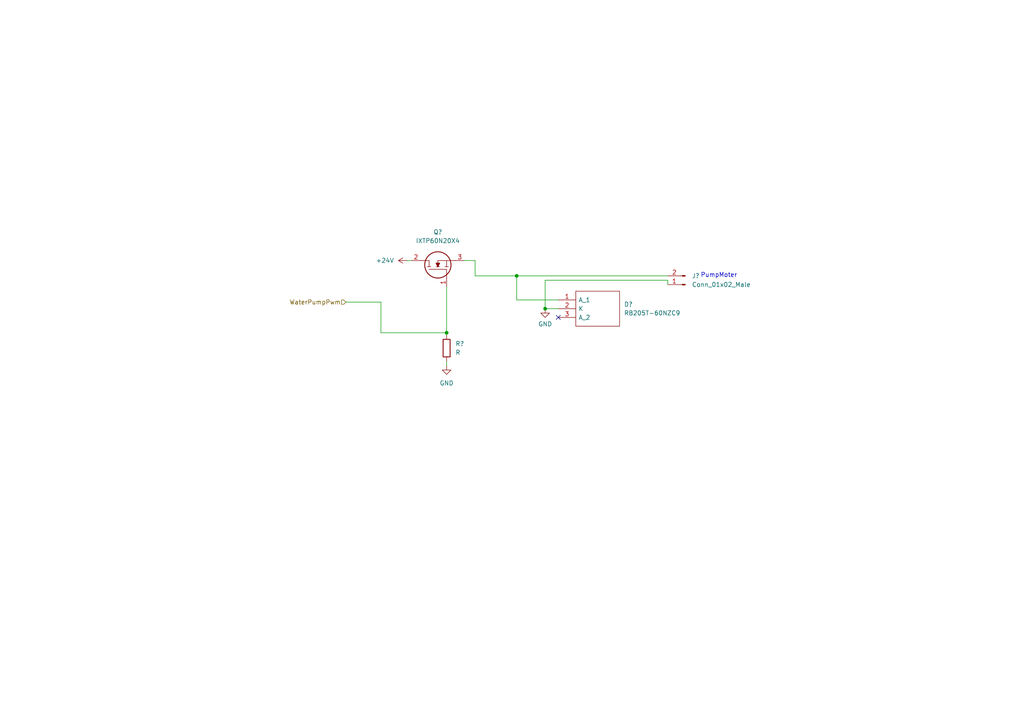
<source format=kicad_sch>
(kicad_sch (version 20211123) (generator eeschema)
  (paper "A4")
  (lib_symbols
    (symbol "Connector:Conn_01x02_Male" (pin_names (offset 1.016) hide)
      (property "Reference" "J" (at 0 2.54 0))
      (property "Value" "Conn_01x02_Male" (at 0 -5.08 0))
      (symbol "Conn_01x02_Male_1_1"
        (polyline (pts (xy 1.27 -2.54) (xy 0.8636 -2.54)) (stroke (width 0.1524)))
        (polyline (pts (xy 1.27 0) (xy 0.8636 0)) (stroke (width 0.1524)))
        (rectangle (start 0.8636 -2.413) (end 0 -2.667) (stroke (width 0.1524)) (fill (type outline)))
        (rectangle (start 0.8636 0.127) (end 0 -0.127) (stroke (width 0.1524)) (fill (type outline)))
        (pin passive line (at 5.08 0 180) (length 3.81) (name "Pin_1") (number "1"))
        (pin passive line (at 5.08 -2.54 180) (length 3.81) (name "Pin_2") (number "2"))
      )
    )
    (symbol "Device:R" (pin_numbers hide) (pin_names (offset 0))
      (property "Reference" "R" (at 2.032 0 90))
      (property "Value" "R" (at 0 0 90))
      (symbol "R_0_1"
        (rectangle (start -1.016 -2.54) (end 1.016 2.54) (stroke (width 0.254)))
      )
      (symbol "R_1_1"
        (pin passive line (at 0 3.81 270) (length 1.27) (name "~") (number "1"))
        (pin passive line (at 0 -3.81 90) (length 1.27) (name "~") (number "2"))
      )
    )
    (symbol "LibraryLoader:IXTP60N20X4" (pin_names (offset 0.762))
      (property "Reference" "Q" (at 11.43 3.81 0))
      (property "Value" "IXTP60N20X4" (at 11.43 1.27 0))
      (symbol "IXTP60N20X4_0_0"
        (pin passive line (at 0 0 0) (length 2.54) (name "~") (number "1"))
        (pin passive line (at 7.62 10.16 270) (length 2.54) (name "~") (number "2"))
        (pin passive line (at 7.62 -5.08 90) (length 2.54) (name "~") (number "3"))
      )
      (symbol "IXTP60N20X4_0_1"
        (polyline (pts (xy 5.842 -0.508) (xy 5.842 0.508)) (stroke (width 0.1524)))
        (polyline (pts (xy 5.842 0) (xy 7.62 0)) (stroke (width 0.1524)))
        (polyline (pts (xy 5.842 2.032) (xy 5.842 3.048)) (stroke (width 0.1524)))
        (polyline (pts (xy 5.842 5.588) (xy 5.842 4.572)) (stroke (width 0.1524)))
        (polyline (pts (xy 7.62 2.54) (xy 5.842 2.54)) (stroke (width 0.1524)))
        (polyline (pts (xy 7.62 2.54) (xy 7.62 -2.54)) (stroke (width 0.1524)))
        (polyline (pts (xy 7.62 5.08) (xy 5.842 5.08)) (stroke (width 0.1524)))
        (polyline (pts (xy 7.62 5.08) (xy 7.62 7.62)) (stroke (width 0.1524)))
        (polyline (pts (xy 2.54 0) (xy 5.08 0) (xy 5.08 5.08)) (stroke (width 0.1524)))
        (polyline (pts (xy 5.842 2.54) (xy 6.858 3.048) (xy 6.858 2.032) (xy 5.842 2.54)) (stroke (width 0.254)) (fill (type outline)))
        (circle (center 6.35 2.54) (radius 3.81) (stroke (width 0.254)))
      )
    )
    (symbol "LibraryLoader:RB205T-60NZC9" (pin_names (offset 0.762))
      (property "Reference" "D" (at 19.05 7.62 0))
      (property "Value" "RB205T-60NZC9" (at 19.05 5.08 0))
      (symbol "RB205T-60NZC9_0_0"
        (pin passive line (at 0 0 0) (length 5.08) (name "A_1") (number "1"))
        (pin passive line (at 0 -2.54 0) (length 5.08) (name "K") (number "2"))
        (pin passive line (at 0 -5.08 0) (length 5.08) (name "A_2") (number "3"))
      )
      (symbol "RB205T-60NZC9_0_1"
        (polyline (pts (xy 5.08 2.54) (xy 17.78 2.54) (xy 17.78 -7.62) (xy 5.08 -7.62) (xy 5.08 2.54)) (stroke (width 0.1524)))
      )
    )
    (symbol "power:+24V" (power) (pin_names (offset 0))
      (property "Value" "+24V" (at 0 3.556 0))
      (symbol "+24V_0_1"
        (polyline (pts (xy -0.762 1.27) (xy 0 2.54)))
        (polyline (pts (xy 0 0) (xy 0 2.54)))
        (polyline (pts (xy 0 2.54) (xy 0.762 1.27)))
      )
      (symbol "+24V_1_1"
        (pin power_in line (at 0 0 90) (length 0) hide (name "+24V") (number "1"))
      )
    )
    (symbol "power:GND" (power) (pin_names (offset 0))
      (property "Value" "GND" (at 0 -3.81 0))
      (symbol "GND_0_1"
        (polyline (pts (xy 0 0) (xy 0 -1.27) (xy 1.27 -1.27) (xy 0 -2.54) (xy -1.27 -1.27) (xy 0 -1.27)))
      )
      (symbol "GND_1_1"
        (pin power_in line (at 0 0 270) (length 0) hide (name "GND") (number "1"))
      )
    )
  )
  (junction (at 149.86 80.01))
  (junction (at 129.54 96.52))
  (junction (at 158.115 89.535))
  (no_connect (at 161.925 92.075))
  (wire (pts (xy 149.86 80.01) (xy 193.675 80.01)))
  (wire (pts (xy 129.54 96.52) (xy 129.54 97.155)))
  (wire (pts (xy 161.925 86.995) (xy 149.86 86.995)))
  (wire (pts (xy 137.795 80.01) (xy 149.86 80.01)))
  (wire (pts (xy 129.54 104.775) (xy 129.54 106.045)))
  (wire (pts (xy 129.54 96.52) (xy 129.54 83.185)))
  (wire (pts (xy 134.62 75.565) (xy 137.795 75.565)))
  (wire (pts (xy 158.115 89.535) (xy 161.925 89.535)))
  (wire (pts (xy 110.49 87.63) (xy 110.49 96.52)))
  (wire (pts (xy 118.11 75.565) (xy 119.38 75.565)))
  (wire (pts (xy 137.795 75.565) (xy 137.795 80.01)))
  (wire (pts (xy 193.675 81.28) (xy 193.675 82.55)))
  (wire (pts (xy 149.86 86.995) (xy 149.86 80.01)))
  (wire (pts (xy 100.33 87.63) (xy 110.49 87.63)))
  (wire (pts (xy 158.115 81.28) (xy 158.115 89.535)))
  (wire (pts (xy 158.115 81.28) (xy 193.675 81.28)))
  (wire (pts (xy 110.49 96.52) (xy 129.54 96.52)))
  (text "PumpMoter" (at 203.2 80.645 0) (effects (font (size 1.27 1.27)) (justify left bottom)))
  (hierarchical_label "WaterPumpPwm" (shape input) (at 100.33 87.63 180))
  (symbol (lib_id "power:GND") (at 158.115 89.535 0) (unit 1)
    (property "Reference" "#PWR?" (effects hide))
    (property "Value" "GND" (at 158.115 93.98 0))
  )
  (symbol (lib_id "LibraryLoader:RB205T-60NZC9") (at 161.925 86.995 0) (unit 1)
    (property "Reference" "D?" (at 180.975 88.2649 0) (effects (justify left)))
    (property "Value" "RB205T-60NZC9" (at 180.975 90.8049 0) (effects (justify left)))
    (property "Footprint" "TO254P480X1010X2100-3P" (effects hide))
    (property "Datasheet" "https://fscdn.rohm.com/en/products/databook/datasheet/discrete/diode/schottky_barrier/rb205t-60nz-e.pdf" (effects hide))
    (property "Description" "60V, 15A, ITO-220AB, Schottky Barrier Diode" (effects hide))
    (property "Height" "4.8" (effects hide))
    (property "Mouser Part Number" "755-RB205T-60NZC9" (effects hide))
    (property "Mouser Price/Stock" "https://www.mouser.co.uk/ProductDetail/ROHM-Semiconductor/RB205T-60NZC9?qs=4v%252BiZTmLVHFowIpDPatQXg%3D%3D" (effects hide))
    (property "Manufacturer_Name" "ROHM Semiconductor" (effects hide))
    (property "Manufacturer_Part_Number" "RB205T-60NZC9" (effects hide))
  )
  (symbol (lib_id "power:+24V") (at 118.11 75.565 90) (unit 1)
    (property "Reference" "#PWR?" (effects hide))
    (property "Value" "+24V" (at 114.3 75.5649 90) (effects (justify left)))
  )
  (symbol (lib_id "Device:R") (at 129.54 100.965 0) (unit 1)
    (property "Reference" "R?" (at 132.08 99.6949 0) (effects (justify left)))
    (property "Value" "R" (at 132.08 102.2349 0) (effects (justify left)))
  )
  (symbol (lib_id "power:GND") (at 129.54 106.045 0) (unit 1)
    (property "Reference" "#PWR?" (effects hide))
    (property "Value" "GND" (at 129.54 111.125 0))
  )
  (symbol (lib_id "LibraryLoader:IXTP60N20X4") (at 129.54 83.185 90) (unit 1)
    (property "Reference" "Q?" (at 127 67.31 90))
    (property "Value" "IXTP60N20X4" (at 127 69.85 90))
    (property "Footprint" "TO254P470X1000X2010-3P" (effects hide))
    (property "Datasheet" "https://www.mouser.in/datasheet/2/240/Littelfuse-2900658.pdf" (effects hide))
    (property "Description" "DISCRETE MOSFET 60A 200V X4 TO220 / TUBE" (effects hide))
    (property "Height" "4.7" (effects hide))
    (property "Mouser Part Number" "747-IXTP60N20X4" (effects hide))
    (property "Mouser Price/Stock" "https://www.mouser.co.uk/ProductDetail/IXYS/IXTP60N20X4?qs=Wj%2FVkw3K%252BMAfIjewcwM4hg%3D%3D" (effects hide))
    (property "Manufacturer_Name" "LITTELFUSE" (effects hide))
    (property "Manufacturer_Part_Number" "IXTP60N20X4" (effects hide))
  )
  (symbol (lib_id "Connector:Conn_01x02_Male") (at 198.755 82.55 180) (unit 1)
    (property "Reference" "J?" (at 200.66 80.0099 0) (effects (justify right)))
    (property "Value" "Conn_01x02_Male" (at 200.66 82.5499 0) (effects (justify right)))
  )
)
</source>
